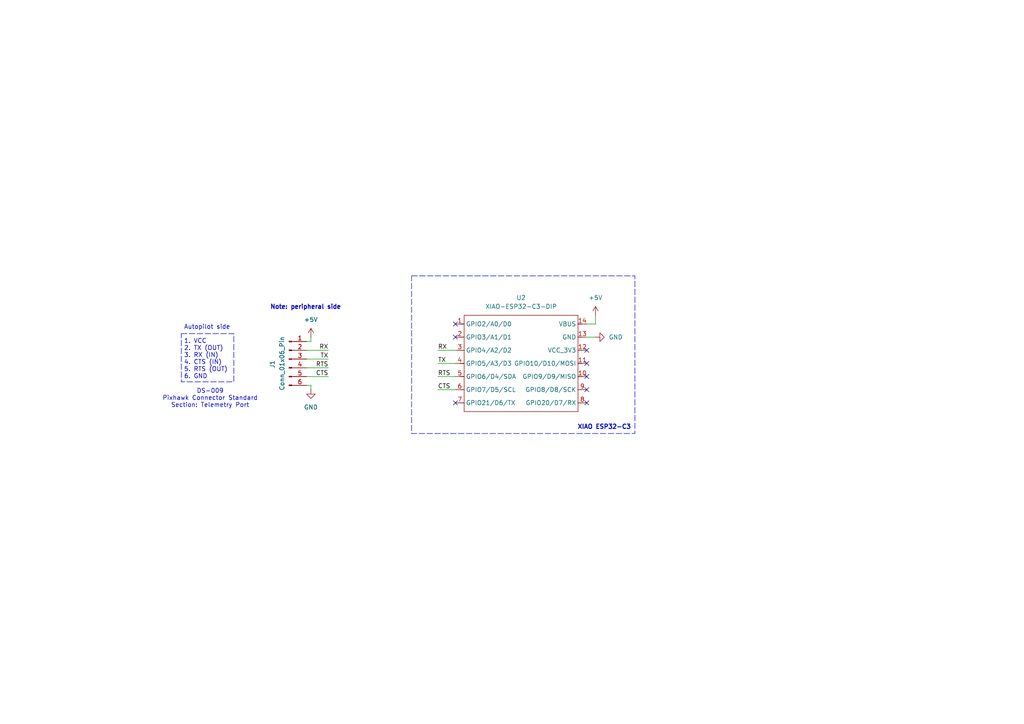
<source format=kicad_sch>
(kicad_sch
	(version 20231120)
	(generator "eeschema")
	(generator_version "8.0")
	(uuid "30436b97-8c64-469a-b1a6-8553aeb5668d")
	(paper "A4")
	(title_block
		(title "DroneBridge Radio")
		(rev "1.0")
		(company "EOLab HSRW")
		(comment 1 "Author: Harley Lara")
	)
	(lib_symbols
		(symbol "Connector:Conn_01x06_Pin"
			(pin_names
				(offset 1.016) hide)
			(exclude_from_sim no)
			(in_bom yes)
			(on_board yes)
			(property "Reference" "J"
				(at 0 7.62 0)
				(effects
					(font
						(size 1.27 1.27)
					)
				)
			)
			(property "Value" "Conn_01x06_Pin"
				(at 0 -10.16 0)
				(effects
					(font
						(size 1.27 1.27)
					)
				)
			)
			(property "Footprint" ""
				(at 0 0 0)
				(effects
					(font
						(size 1.27 1.27)
					)
					(hide yes)
				)
			)
			(property "Datasheet" "~"
				(at 0 0 0)
				(effects
					(font
						(size 1.27 1.27)
					)
					(hide yes)
				)
			)
			(property "Description" "Generic connector, single row, 01x06, script generated"
				(at 0 0 0)
				(effects
					(font
						(size 1.27 1.27)
					)
					(hide yes)
				)
			)
			(property "ki_locked" ""
				(at 0 0 0)
				(effects
					(font
						(size 1.27 1.27)
					)
				)
			)
			(property "ki_keywords" "connector"
				(at 0 0 0)
				(effects
					(font
						(size 1.27 1.27)
					)
					(hide yes)
				)
			)
			(property "ki_fp_filters" "Connector*:*_1x??_*"
				(at 0 0 0)
				(effects
					(font
						(size 1.27 1.27)
					)
					(hide yes)
				)
			)
			(symbol "Conn_01x06_Pin_1_1"
				(polyline
					(pts
						(xy 1.27 -7.62) (xy 0.8636 -7.62)
					)
					(stroke
						(width 0.1524)
						(type default)
					)
					(fill
						(type none)
					)
				)
				(polyline
					(pts
						(xy 1.27 -5.08) (xy 0.8636 -5.08)
					)
					(stroke
						(width 0.1524)
						(type default)
					)
					(fill
						(type none)
					)
				)
				(polyline
					(pts
						(xy 1.27 -2.54) (xy 0.8636 -2.54)
					)
					(stroke
						(width 0.1524)
						(type default)
					)
					(fill
						(type none)
					)
				)
				(polyline
					(pts
						(xy 1.27 0) (xy 0.8636 0)
					)
					(stroke
						(width 0.1524)
						(type default)
					)
					(fill
						(type none)
					)
				)
				(polyline
					(pts
						(xy 1.27 2.54) (xy 0.8636 2.54)
					)
					(stroke
						(width 0.1524)
						(type default)
					)
					(fill
						(type none)
					)
				)
				(polyline
					(pts
						(xy 1.27 5.08) (xy 0.8636 5.08)
					)
					(stroke
						(width 0.1524)
						(type default)
					)
					(fill
						(type none)
					)
				)
				(rectangle
					(start 0.8636 -7.493)
					(end 0 -7.747)
					(stroke
						(width 0.1524)
						(type default)
					)
					(fill
						(type outline)
					)
				)
				(rectangle
					(start 0.8636 -4.953)
					(end 0 -5.207)
					(stroke
						(width 0.1524)
						(type default)
					)
					(fill
						(type outline)
					)
				)
				(rectangle
					(start 0.8636 -2.413)
					(end 0 -2.667)
					(stroke
						(width 0.1524)
						(type default)
					)
					(fill
						(type outline)
					)
				)
				(rectangle
					(start 0.8636 0.127)
					(end 0 -0.127)
					(stroke
						(width 0.1524)
						(type default)
					)
					(fill
						(type outline)
					)
				)
				(rectangle
					(start 0.8636 2.667)
					(end 0 2.413)
					(stroke
						(width 0.1524)
						(type default)
					)
					(fill
						(type outline)
					)
				)
				(rectangle
					(start 0.8636 5.207)
					(end 0 4.953)
					(stroke
						(width 0.1524)
						(type default)
					)
					(fill
						(type outline)
					)
				)
				(pin passive line
					(at 5.08 5.08 180)
					(length 3.81)
					(name "Pin_1"
						(effects
							(font
								(size 1.27 1.27)
							)
						)
					)
					(number "1"
						(effects
							(font
								(size 1.27 1.27)
							)
						)
					)
				)
				(pin passive line
					(at 5.08 2.54 180)
					(length 3.81)
					(name "Pin_2"
						(effects
							(font
								(size 1.27 1.27)
							)
						)
					)
					(number "2"
						(effects
							(font
								(size 1.27 1.27)
							)
						)
					)
				)
				(pin passive line
					(at 5.08 0 180)
					(length 3.81)
					(name "Pin_3"
						(effects
							(font
								(size 1.27 1.27)
							)
						)
					)
					(number "3"
						(effects
							(font
								(size 1.27 1.27)
							)
						)
					)
				)
				(pin passive line
					(at 5.08 -2.54 180)
					(length 3.81)
					(name "Pin_4"
						(effects
							(font
								(size 1.27 1.27)
							)
						)
					)
					(number "4"
						(effects
							(font
								(size 1.27 1.27)
							)
						)
					)
				)
				(pin passive line
					(at 5.08 -5.08 180)
					(length 3.81)
					(name "Pin_5"
						(effects
							(font
								(size 1.27 1.27)
							)
						)
					)
					(number "5"
						(effects
							(font
								(size 1.27 1.27)
							)
						)
					)
				)
				(pin passive line
					(at 5.08 -7.62 180)
					(length 3.81)
					(name "Pin_6"
						(effects
							(font
								(size 1.27 1.27)
							)
						)
					)
					(number "6"
						(effects
							(font
								(size 1.27 1.27)
							)
						)
					)
				)
			)
		)
		(symbol "Seeed_Studio_XIAO_Series:XIAO-ESP32-C3-DIP"
			(exclude_from_sim no)
			(in_bom yes)
			(on_board yes)
			(property "Reference" "U"
				(at 1.016 2.794 0)
				(effects
					(font
						(size 1.27 1.27)
					)
				)
			)
			(property "Value" "XIAO-ESP32-C3-DIP"
				(at 7.62 1.016 0)
				(effects
					(font
						(size 1.27 1.27)
					)
				)
			)
			(property "Footprint" "Module:MOUDLE14P-XIAO-DIP-SMD"
				(at 16.764 -29.464 0)
				(effects
					(font
						(size 1.27 1.27)
					)
					(hide yes)
				)
			)
			(property "Datasheet" ""
				(at 1.27 1.27 0)
				(effects
					(font
						(size 1.27 1.27)
					)
					(hide yes)
				)
			)
			(property "Description" ""
				(at 1.27 1.27 0)
				(effects
					(font
						(size 1.27 1.27)
					)
					(hide yes)
				)
			)
			(symbol "XIAO-ESP32-C3-DIP_1_0"
				(polyline
					(pts
						(xy 0 -27.94) (xy 0 -13.97)
					)
					(stroke
						(width 0.1524)
						(type solid)
					)
					(fill
						(type none)
					)
				)
				(polyline
					(pts
						(xy 0 -25.4) (xy -1.27 -25.4)
					)
					(stroke
						(width 0.1524)
						(type solid)
					)
					(fill
						(type none)
					)
				)
				(polyline
					(pts
						(xy 0 -21.59) (xy -1.27 -21.59)
					)
					(stroke
						(width 0.1524)
						(type solid)
					)
					(fill
						(type none)
					)
				)
				(polyline
					(pts
						(xy 0 -17.78) (xy -1.27 -17.78)
					)
					(stroke
						(width 0.1524)
						(type solid)
					)
					(fill
						(type none)
					)
				)
				(polyline
					(pts
						(xy 0 -13.97) (xy -1.27 -13.97)
					)
					(stroke
						(width 0.1524)
						(type solid)
					)
					(fill
						(type none)
					)
				)
				(polyline
					(pts
						(xy 0 -13.97) (xy 0 -10.16)
					)
					(stroke
						(width 0.1524)
						(type solid)
					)
					(fill
						(type none)
					)
				)
				(polyline
					(pts
						(xy 0 -10.16) (xy -1.27 -10.16)
					)
					(stroke
						(width 0.1524)
						(type solid)
					)
					(fill
						(type none)
					)
				)
				(polyline
					(pts
						(xy 0 -10.16) (xy 0 -6.35)
					)
					(stroke
						(width 0.1524)
						(type solid)
					)
					(fill
						(type none)
					)
				)
				(polyline
					(pts
						(xy 0 -6.35) (xy -1.27 -6.35)
					)
					(stroke
						(width 0.1524)
						(type solid)
					)
					(fill
						(type none)
					)
				)
				(polyline
					(pts
						(xy 0 -6.35) (xy 0 -2.54)
					)
					(stroke
						(width 0.1524)
						(type solid)
					)
					(fill
						(type none)
					)
				)
				(polyline
					(pts
						(xy 0 -2.54) (xy -1.27 -2.54)
					)
					(stroke
						(width 0.1524)
						(type solid)
					)
					(fill
						(type none)
					)
				)
				(polyline
					(pts
						(xy 0 -2.54) (xy 0 0)
					)
					(stroke
						(width 0.1524)
						(type solid)
					)
					(fill
						(type none)
					)
				)
				(polyline
					(pts
						(xy 0 0) (xy 33.02 0)
					)
					(stroke
						(width 0.1524)
						(type solid)
					)
					(fill
						(type none)
					)
				)
				(polyline
					(pts
						(xy 33.02 -27.94) (xy 0 -27.94)
					)
					(stroke
						(width 0.1524)
						(type solid)
					)
					(fill
						(type none)
					)
				)
				(polyline
					(pts
						(xy 33.02 -10.16) (xy 33.02 -27.94)
					)
					(stroke
						(width 0.1524)
						(type solid)
					)
					(fill
						(type none)
					)
				)
				(polyline
					(pts
						(xy 33.02 -6.35) (xy 33.02 -10.16)
					)
					(stroke
						(width 0.1524)
						(type solid)
					)
					(fill
						(type none)
					)
				)
				(polyline
					(pts
						(xy 33.02 -2.54) (xy 33.02 -6.35)
					)
					(stroke
						(width 0.1524)
						(type solid)
					)
					(fill
						(type none)
					)
				)
				(polyline
					(pts
						(xy 33.02 0) (xy 33.02 -2.54)
					)
					(stroke
						(width 0.1524)
						(type solid)
					)
					(fill
						(type none)
					)
				)
				(polyline
					(pts
						(xy 34.29 -25.4) (xy 33.02 -25.4)
					)
					(stroke
						(width 0.1524)
						(type solid)
					)
					(fill
						(type none)
					)
				)
				(polyline
					(pts
						(xy 34.29 -21.59) (xy 33.02 -21.59)
					)
					(stroke
						(width 0.1524)
						(type solid)
					)
					(fill
						(type none)
					)
				)
				(polyline
					(pts
						(xy 34.29 -17.78) (xy 33.02 -17.78)
					)
					(stroke
						(width 0.1524)
						(type solid)
					)
					(fill
						(type none)
					)
				)
				(polyline
					(pts
						(xy 34.29 -13.97) (xy 33.02 -13.97)
					)
					(stroke
						(width 0.1524)
						(type solid)
					)
					(fill
						(type none)
					)
				)
				(polyline
					(pts
						(xy 34.29 -10.16) (xy 33.02 -10.16)
					)
					(stroke
						(width 0.1524)
						(type solid)
					)
					(fill
						(type none)
					)
				)
				(polyline
					(pts
						(xy 34.29 -6.35) (xy 33.02 -6.35)
					)
					(stroke
						(width 0.1524)
						(type solid)
					)
					(fill
						(type none)
					)
				)
				(polyline
					(pts
						(xy 34.29 -2.54) (xy 33.02 -2.54)
					)
					(stroke
						(width 0.1524)
						(type solid)
					)
					(fill
						(type none)
					)
				)
				(pin passive line
					(at -2.54 -2.54 0)
					(length 2.54)
					(name "GPIO2/A0/D0"
						(effects
							(font
								(size 1.27 1.27)
							)
						)
					)
					(number "1"
						(effects
							(font
								(size 1.27 1.27)
							)
						)
					)
				)
				(pin passive line
					(at 35.56 -17.78 180)
					(length 2.54)
					(name "GPIO9/D9/MISO"
						(effects
							(font
								(size 1.27 1.27)
							)
						)
					)
					(number "10"
						(effects
							(font
								(size 1.27 1.27)
							)
						)
					)
				)
				(pin passive line
					(at 35.56 -13.97 180)
					(length 2.54)
					(name "GPIO10/D10/MOSI"
						(effects
							(font
								(size 1.27 1.27)
							)
						)
					)
					(number "11"
						(effects
							(font
								(size 1.27 1.27)
							)
						)
					)
				)
				(pin passive line
					(at 35.56 -10.16 180)
					(length 2.54)
					(name "VCC_3V3"
						(effects
							(font
								(size 1.27 1.27)
							)
						)
					)
					(number "12"
						(effects
							(font
								(size 1.27 1.27)
							)
						)
					)
				)
				(pin passive line
					(at 35.56 -6.35 180)
					(length 2.54)
					(name "GND"
						(effects
							(font
								(size 1.27 1.27)
							)
						)
					)
					(number "13"
						(effects
							(font
								(size 1.27 1.27)
							)
						)
					)
				)
				(pin passive line
					(at 35.56 -2.54 180)
					(length 2.54)
					(name "VBUS"
						(effects
							(font
								(size 1.27 1.27)
							)
						)
					)
					(number "14"
						(effects
							(font
								(size 1.27 1.27)
							)
						)
					)
				)
				(pin passive line
					(at -2.54 -6.35 0)
					(length 2.54)
					(name "GPIO3/A1/D1"
						(effects
							(font
								(size 1.27 1.27)
							)
						)
					)
					(number "2"
						(effects
							(font
								(size 1.27 1.27)
							)
						)
					)
				)
				(pin passive line
					(at -2.54 -10.16 0)
					(length 2.54)
					(name "GPIO4/A2/D2"
						(effects
							(font
								(size 1.27 1.27)
							)
						)
					)
					(number "3"
						(effects
							(font
								(size 1.27 1.27)
							)
						)
					)
				)
				(pin passive line
					(at -2.54 -13.97 0)
					(length 2.54)
					(name "GPIO5/A3/D3"
						(effects
							(font
								(size 1.27 1.27)
							)
						)
					)
					(number "4"
						(effects
							(font
								(size 1.27 1.27)
							)
						)
					)
				)
				(pin passive line
					(at -2.54 -17.78 0)
					(length 2.54)
					(name "GPIO6/D4/SDA"
						(effects
							(font
								(size 1.27 1.27)
							)
						)
					)
					(number "5"
						(effects
							(font
								(size 1.27 1.27)
							)
						)
					)
				)
				(pin passive line
					(at -2.54 -21.59 0)
					(length 2.54)
					(name "GPIO7/D5/SCL"
						(effects
							(font
								(size 1.27 1.27)
							)
						)
					)
					(number "6"
						(effects
							(font
								(size 1.27 1.27)
							)
						)
					)
				)
				(pin passive line
					(at -2.54 -25.4 0)
					(length 2.54)
					(name "GPIO21/D6/TX"
						(effects
							(font
								(size 1.27 1.27)
							)
						)
					)
					(number "7"
						(effects
							(font
								(size 1.27 1.27)
							)
						)
					)
				)
				(pin passive line
					(at 35.56 -25.4 180)
					(length 2.54)
					(name "GPIO20/D7/RX"
						(effects
							(font
								(size 1.27 1.27)
							)
						)
					)
					(number "8"
						(effects
							(font
								(size 1.27 1.27)
							)
						)
					)
				)
				(pin passive line
					(at 35.56 -21.59 180)
					(length 2.54)
					(name "GPIO8/D8/SCK"
						(effects
							(font
								(size 1.27 1.27)
							)
						)
					)
					(number "9"
						(effects
							(font
								(size 1.27 1.27)
							)
						)
					)
				)
			)
		)
		(symbol "power:+5V"
			(power)
			(pin_numbers hide)
			(pin_names
				(offset 0) hide)
			(exclude_from_sim no)
			(in_bom yes)
			(on_board yes)
			(property "Reference" "#PWR"
				(at 0 -3.81 0)
				(effects
					(font
						(size 1.27 1.27)
					)
					(hide yes)
				)
			)
			(property "Value" "+5V"
				(at 0 3.556 0)
				(effects
					(font
						(size 1.27 1.27)
					)
				)
			)
			(property "Footprint" ""
				(at 0 0 0)
				(effects
					(font
						(size 1.27 1.27)
					)
					(hide yes)
				)
			)
			(property "Datasheet" ""
				(at 0 0 0)
				(effects
					(font
						(size 1.27 1.27)
					)
					(hide yes)
				)
			)
			(property "Description" "Power symbol creates a global label with name \"+5V\""
				(at 0 0 0)
				(effects
					(font
						(size 1.27 1.27)
					)
					(hide yes)
				)
			)
			(property "ki_keywords" "global power"
				(at 0 0 0)
				(effects
					(font
						(size 1.27 1.27)
					)
					(hide yes)
				)
			)
			(symbol "+5V_0_1"
				(polyline
					(pts
						(xy -0.762 1.27) (xy 0 2.54)
					)
					(stroke
						(width 0)
						(type default)
					)
					(fill
						(type none)
					)
				)
				(polyline
					(pts
						(xy 0 0) (xy 0 2.54)
					)
					(stroke
						(width 0)
						(type default)
					)
					(fill
						(type none)
					)
				)
				(polyline
					(pts
						(xy 0 2.54) (xy 0.762 1.27)
					)
					(stroke
						(width 0)
						(type default)
					)
					(fill
						(type none)
					)
				)
			)
			(symbol "+5V_1_1"
				(pin power_in line
					(at 0 0 90)
					(length 0)
					(name "~"
						(effects
							(font
								(size 1.27 1.27)
							)
						)
					)
					(number "1"
						(effects
							(font
								(size 1.27 1.27)
							)
						)
					)
				)
			)
		)
		(symbol "power:GND"
			(power)
			(pin_numbers hide)
			(pin_names
				(offset 0) hide)
			(exclude_from_sim no)
			(in_bom yes)
			(on_board yes)
			(property "Reference" "#PWR"
				(at 0 -6.35 0)
				(effects
					(font
						(size 1.27 1.27)
					)
					(hide yes)
				)
			)
			(property "Value" "GND"
				(at 0 -3.81 0)
				(effects
					(font
						(size 1.27 1.27)
					)
				)
			)
			(property "Footprint" ""
				(at 0 0 0)
				(effects
					(font
						(size 1.27 1.27)
					)
					(hide yes)
				)
			)
			(property "Datasheet" ""
				(at 0 0 0)
				(effects
					(font
						(size 1.27 1.27)
					)
					(hide yes)
				)
			)
			(property "Description" "Power symbol creates a global label with name \"GND\" , ground"
				(at 0 0 0)
				(effects
					(font
						(size 1.27 1.27)
					)
					(hide yes)
				)
			)
			(property "ki_keywords" "global power"
				(at 0 0 0)
				(effects
					(font
						(size 1.27 1.27)
					)
					(hide yes)
				)
			)
			(symbol "GND_0_1"
				(polyline
					(pts
						(xy 0 0) (xy 0 -1.27) (xy 1.27 -1.27) (xy 0 -2.54) (xy -1.27 -1.27) (xy 0 -1.27)
					)
					(stroke
						(width 0)
						(type default)
					)
					(fill
						(type none)
					)
				)
			)
			(symbol "GND_1_1"
				(pin power_in line
					(at 0 0 270)
					(length 0)
					(name "~"
						(effects
							(font
								(size 1.27 1.27)
							)
						)
					)
					(number "1"
						(effects
							(font
								(size 1.27 1.27)
							)
						)
					)
				)
			)
		)
	)
	(no_connect
		(at 170.18 113.03)
		(uuid "364633af-8030-4785-9bde-d94b702f0745")
	)
	(no_connect
		(at 132.08 116.84)
		(uuid "3fbf2bc8-d724-48b9-987c-5fa658bde990")
	)
	(no_connect
		(at 170.18 109.22)
		(uuid "423114cf-d84f-4bfb-8b3d-8a144a2f1699")
	)
	(no_connect
		(at 170.18 105.41)
		(uuid "7be7f109-9644-4ce5-a4f4-f3b5a5fc2118")
	)
	(no_connect
		(at 132.08 97.79)
		(uuid "8a300aed-a149-43dc-a234-3a6e2131aa07")
	)
	(no_connect
		(at 170.18 116.84)
		(uuid "ac734c5b-1d8f-4a5a-ab09-93bea95adc86")
	)
	(no_connect
		(at 170.18 101.6)
		(uuid "d01a211b-7951-426d-b3ec-613e6cfc3ecb")
	)
	(no_connect
		(at 132.08 93.98)
		(uuid "ddccc709-231e-4969-838b-bfa39e186ed7")
	)
	(wire
		(pts
			(xy 88.9 104.14) (xy 95.25 104.14)
		)
		(stroke
			(width 0)
			(type default)
		)
		(uuid "13541076-6812-48dc-9ebb-3a38c2728dfd")
	)
	(wire
		(pts
			(xy 127 101.6) (xy 132.08 101.6)
		)
		(stroke
			(width 0)
			(type default)
		)
		(uuid "18a99647-489d-42da-97fb-cf9b843400a3")
	)
	(wire
		(pts
			(xy 88.9 111.76) (xy 90.17 111.76)
		)
		(stroke
			(width 0)
			(type default)
		)
		(uuid "27c8329d-61be-4b0f-9dbf-0a21287aa8e5")
	)
	(wire
		(pts
			(xy 172.72 91.44) (xy 172.72 93.98)
		)
		(stroke
			(width 0)
			(type default)
		)
		(uuid "3679d230-ea5f-4440-a530-f9ae90115ad4")
	)
	(wire
		(pts
			(xy 127 105.41) (xy 132.08 105.41)
		)
		(stroke
			(width 0)
			(type default)
		)
		(uuid "5880de25-3e9e-4054-9ed3-c4ce486b7a7f")
	)
	(wire
		(pts
			(xy 127 109.22) (xy 132.08 109.22)
		)
		(stroke
			(width 0)
			(type default)
		)
		(uuid "6cb2dcb2-330f-4b09-a0ee-4f1168720f52")
	)
	(wire
		(pts
			(xy 88.9 109.22) (xy 95.25 109.22)
		)
		(stroke
			(width 0)
			(type default)
		)
		(uuid "73c9796f-124e-423d-9c30-61aa2983a1a7")
	)
	(wire
		(pts
			(xy 170.18 97.79) (xy 172.72 97.79)
		)
		(stroke
			(width 0)
			(type default)
		)
		(uuid "8fed0362-b7a6-48d3-a219-4e2f36250d27")
	)
	(wire
		(pts
			(xy 88.9 106.68) (xy 95.25 106.68)
		)
		(stroke
			(width 0)
			(type default)
		)
		(uuid "95662ece-6a37-40fd-b1a8-27c70f953360")
	)
	(wire
		(pts
			(xy 88.9 99.06) (xy 90.17 99.06)
		)
		(stroke
			(width 0)
			(type default)
		)
		(uuid "9786b8f6-0509-45be-b715-375a14397334")
	)
	(wire
		(pts
			(xy 90.17 111.76) (xy 90.17 113.03)
		)
		(stroke
			(width 0)
			(type default)
		)
		(uuid "9cceb010-d3b3-425b-92e4-9b9f25d05cfb")
	)
	(wire
		(pts
			(xy 127 113.03) (xy 132.08 113.03)
		)
		(stroke
			(width 0)
			(type default)
		)
		(uuid "9d128c8d-3c60-4098-b6d8-61503c2e3a3d")
	)
	(wire
		(pts
			(xy 170.18 93.98) (xy 172.72 93.98)
		)
		(stroke
			(width 0)
			(type default)
		)
		(uuid "ac5555b8-a98c-49ff-87d9-20ae716f86c0")
	)
	(wire
		(pts
			(xy 90.17 97.79) (xy 90.17 99.06)
		)
		(stroke
			(width 0)
			(type default)
		)
		(uuid "c90dc87b-1e8b-4786-a98e-1d25b43faf78")
	)
	(wire
		(pts
			(xy 88.9 101.6) (xy 95.25 101.6)
		)
		(stroke
			(width 0)
			(type default)
		)
		(uuid "ec388a27-06d3-4596-b82b-041ab6dcc0c9")
	)
	(rectangle
		(start 52.578 96.774)
		(end 67.818 110.744)
		(stroke
			(width 0)
			(type dash)
		)
		(fill
			(type none)
		)
		(uuid 007b91bd-f177-4705-baf6-dc005df595ea)
	)
	(rectangle
		(start 119.38 80.01)
		(end 184.15 125.73)
		(stroke
			(width 0)
			(type dash)
		)
		(fill
			(type none)
		)
		(uuid 38ec3bfb-294b-47a5-b972-09f1e56daac8)
	)
	(text "DS-009\nPixhawk Connector Standard\nSection: Telemetry Port\n"
		(exclude_from_sim no)
		(at 60.96 115.57 0)
		(effects
			(font
				(size 1.27 1.27)
			)
		)
		(uuid "063d07d2-ed40-49f0-b7a7-3dac49e0dbe9")
	)
	(text "XIAO ESP32-C3"
		(exclude_from_sim no)
		(at 175.26 123.952 0)
		(effects
			(font
				(size 1.27 1.27)
				(thickness 0.254)
				(bold yes)
			)
		)
		(uuid "0ae6a44e-3d8b-4de3-b569-3c2e493edc77")
	)
	(text "Note: peripheral side"
		(exclude_from_sim no)
		(at 88.646 89.154 0)
		(effects
			(font
				(size 1.27 1.27)
				(thickness 0.254)
				(bold yes)
			)
		)
		(uuid "f1bc99a0-86c3-4740-9f20-3922aa27fd7a")
	)
	(text "Autopilot side\n\n1. VCC\n2. TX (OUT)\n3. RX (IN)\n4. CTS (IN)\n5. RTS (OUT)\n6. GND"
		(exclude_from_sim no)
		(at 53.34 102.108 0)
		(effects
			(font
				(size 1.27 1.27)
				(thickness 0.1588)
			)
			(justify left)
		)
		(uuid "f8a89954-4c74-4035-b8a0-c997b28728c6")
	)
	(label "RX"
		(at 127 101.6 0)
		(fields_autoplaced yes)
		(effects
			(font
				(size 1.27 1.27)
			)
			(justify left bottom)
		)
		(uuid "0b828984-4354-41b7-b338-e3c00889368e")
	)
	(label "CTS"
		(at 127 113.03 0)
		(fields_autoplaced yes)
		(effects
			(font
				(size 1.27 1.27)
			)
			(justify left bottom)
		)
		(uuid "108a76ee-fbe4-4f21-81a7-7edb785517c9")
	)
	(label "RX"
		(at 95.25 101.6 180)
		(fields_autoplaced yes)
		(effects
			(font
				(size 1.27 1.27)
			)
			(justify right bottom)
		)
		(uuid "12412348-89ed-4fe9-b27c-8b6bd4ab3154")
	)
	(label "TX"
		(at 95.25 104.14 180)
		(fields_autoplaced yes)
		(effects
			(font
				(size 1.27 1.27)
			)
			(justify right bottom)
		)
		(uuid "48ad8de6-75a9-424f-b08a-975fe6138d87")
	)
	(label "CTS"
		(at 95.25 109.22 180)
		(fields_autoplaced yes)
		(effects
			(font
				(size 1.27 1.27)
			)
			(justify right bottom)
		)
		(uuid "7d3edc5a-7c60-47b1-83b7-32f45b994875")
	)
	(label "RTS"
		(at 95.25 106.68 180)
		(fields_autoplaced yes)
		(effects
			(font
				(size 1.27 1.27)
			)
			(justify right bottom)
		)
		(uuid "b8a92f94-6667-49d4-9c38-ac1dd733073d")
	)
	(label "RTS"
		(at 127 109.22 0)
		(fields_autoplaced yes)
		(effects
			(font
				(size 1.27 1.27)
			)
			(justify left bottom)
		)
		(uuid "ca9a5eb3-a223-4321-ae63-1eeda3154c02")
	)
	(label "TX"
		(at 127 105.41 0)
		(fields_autoplaced yes)
		(effects
			(font
				(size 1.27 1.27)
			)
			(justify left bottom)
		)
		(uuid "cfa6ba44-2f59-4104-85d5-2508466041ad")
	)
	(symbol
		(lib_id "Seeed_Studio_XIAO_Series:XIAO-ESP32-C3-DIP")
		(at 134.62 91.44 0)
		(unit 1)
		(exclude_from_sim no)
		(in_bom yes)
		(on_board yes)
		(dnp no)
		(fields_autoplaced yes)
		(uuid "19b36d43-7069-42b2-b33e-9eb9528e08cd")
		(property "Reference" "U2"
			(at 151.13 86.36 0)
			(effects
				(font
					(size 1.27 1.27)
				)
			)
		)
		(property "Value" "XIAO-ESP32-C3-DIP"
			(at 151.13 88.9 0)
			(effects
				(font
					(size 1.27 1.27)
				)
			)
		)
		(property "Footprint" "XIAO-ESP32C3-footprints:XIAO-ESP32C3-DIP"
			(at 151.384 120.904 0)
			(effects
				(font
					(size 1.27 1.27)
				)
				(hide yes)
			)
		)
		(property "Datasheet" ""
			(at 135.89 90.17 0)
			(effects
				(font
					(size 1.27 1.27)
				)
				(hide yes)
			)
		)
		(property "Description" ""
			(at 135.89 90.17 0)
			(effects
				(font
					(size 1.27 1.27)
				)
				(hide yes)
			)
		)
		(property "Digikey" "1597-113991054-ND"
			(at 134.62 91.44 0)
			(effects
				(font
					(size 1.27 1.27)
				)
				(hide yes)
			)
		)
		(property "JLCPCB" "C18212168"
			(at 134.62 91.44 0)
			(effects
				(font
					(size 1.27 1.27)
				)
				(hide yes)
			)
		)
		(property "Mfr. No." "113991054"
			(at 134.62 91.44 0)
			(effects
				(font
					(size 1.27 1.27)
				)
				(hide yes)
			)
		)
		(property "Mouser" "713-113991054 "
			(at 134.62 91.44 0)
			(effects
				(font
					(size 1.27 1.27)
				)
				(hide yes)
			)
		)
		(pin "3"
			(uuid "3e86e2b9-3761-46ae-82ef-91aebc70daa8")
		)
		(pin "14"
			(uuid "469e5db4-2883-4155-9a73-60f9159dbfd3")
		)
		(pin "13"
			(uuid "69942abf-6d18-4b64-b203-d3c672c83570")
		)
		(pin "12"
			(uuid "bd650fc9-bd37-41c1-b218-db6753a8b265")
		)
		(pin "11"
			(uuid "edd06a53-a356-4af4-82a3-e8ad66560409")
		)
		(pin "10"
			(uuid "4e93f8a9-3901-4605-bba4-512986e63c88")
		)
		(pin "6"
			(uuid "46a77bda-e2fe-48b1-b1d7-7f0d0b07293e")
		)
		(pin "4"
			(uuid "a07def19-7c86-46d9-b21a-2365018a0114")
		)
		(pin "8"
			(uuid "b43a4390-ce88-4b31-9d16-1286407e4f9b")
		)
		(pin "5"
			(uuid "f354b09b-b9ca-4427-b654-0396af2c875d")
		)
		(pin "2"
			(uuid "51e456c2-6047-4f94-9649-da3685aa63b2")
		)
		(pin "9"
			(uuid "ad0c4de4-9965-432b-b2f9-7581f591a7fe")
		)
		(pin "7"
			(uuid "b2e00000-af84-4cc9-8357-7ac89767a2aa")
		)
		(pin "1"
			(uuid "3ac8fe8a-de16-4e53-8dca-41b0332f9b38")
		)
		(instances
			(project ""
				(path "/30436b97-8c64-469a-b1a6-8553aeb5668d"
					(reference "U2")
					(unit 1)
				)
			)
		)
	)
	(symbol
		(lib_id "power:+5V")
		(at 172.72 91.44 0)
		(unit 1)
		(exclude_from_sim no)
		(in_bom yes)
		(on_board yes)
		(dnp no)
		(fields_autoplaced yes)
		(uuid "67e2d271-0948-4278-8f23-5c18712f54ef")
		(property "Reference" "#PWR03"
			(at 172.72 95.25 0)
			(effects
				(font
					(size 1.27 1.27)
				)
				(hide yes)
			)
		)
		(property "Value" "+5V"
			(at 172.72 86.36 0)
			(effects
				(font
					(size 1.27 1.27)
				)
			)
		)
		(property "Footprint" ""
			(at 172.72 91.44 0)
			(effects
				(font
					(size 1.27 1.27)
				)
				(hide yes)
			)
		)
		(property "Datasheet" ""
			(at 172.72 91.44 0)
			(effects
				(font
					(size 1.27 1.27)
				)
				(hide yes)
			)
		)
		(property "Description" "Power symbol creates a global label with name \"+5V\""
			(at 172.72 91.44 0)
			(effects
				(font
					(size 1.27 1.27)
				)
				(hide yes)
			)
		)
		(pin "1"
			(uuid "80da3f72-09b7-430a-b152-3bbb96a4b062")
		)
		(instances
			(project "dronebridge-radio"
				(path "/30436b97-8c64-469a-b1a6-8553aeb5668d"
					(reference "#PWR03")
					(unit 1)
				)
			)
		)
	)
	(symbol
		(lib_id "power:GND")
		(at 172.72 97.79 90)
		(unit 1)
		(exclude_from_sim no)
		(in_bom yes)
		(on_board yes)
		(dnp no)
		(fields_autoplaced yes)
		(uuid "73548775-a513-4c96-b42a-0c45b80ba75b")
		(property "Reference" "#PWR04"
			(at 179.07 97.79 0)
			(effects
				(font
					(size 1.27 1.27)
				)
				(hide yes)
			)
		)
		(property "Value" "GND"
			(at 176.53 97.7899 90)
			(effects
				(font
					(size 1.27 1.27)
				)
				(justify right)
			)
		)
		(property "Footprint" ""
			(at 172.72 97.79 0)
			(effects
				(font
					(size 1.27 1.27)
				)
				(hide yes)
			)
		)
		(property "Datasheet" ""
			(at 172.72 97.79 0)
			(effects
				(font
					(size 1.27 1.27)
				)
				(hide yes)
			)
		)
		(property "Description" "Power symbol creates a global label with name \"GND\" , ground"
			(at 172.72 97.79 0)
			(effects
				(font
					(size 1.27 1.27)
				)
				(hide yes)
			)
		)
		(pin "1"
			(uuid "cbfe47a2-cae1-4d2d-a2a7-97883398c0b0")
		)
		(instances
			(project "dronebridge-radio"
				(path "/30436b97-8c64-469a-b1a6-8553aeb5668d"
					(reference "#PWR04")
					(unit 1)
				)
			)
		)
	)
	(symbol
		(lib_id "Connector:Conn_01x06_Pin")
		(at 83.82 104.14 0)
		(unit 1)
		(exclude_from_sim no)
		(in_bom yes)
		(on_board yes)
		(dnp no)
		(uuid "7b0ce0c6-7d69-42da-b41d-dd15af83cfd3")
		(property "Reference" "J1"
			(at 78.994 105.664 90)
			(effects
				(font
					(size 1.27 1.27)
				)
			)
		)
		(property "Value" "Conn_01x06_Pin"
			(at 81.788 105.41 90)
			(effects
				(font
					(size 1.27 1.27)
				)
			)
		)
		(property "Footprint" "Connector_JST:JST_GH_SM06B-GHS-TB_1x06-1MP_P1.25mm_Horizontal"
			(at 83.82 104.14 0)
			(effects
				(font
					(size 1.27 1.27)
				)
				(hide yes)
			)
		)
		(property "Datasheet" "~"
			(at 83.82 104.14 0)
			(effects
				(font
					(size 1.27 1.27)
				)
				(hide yes)
			)
		)
		(property "Description" "Generic connector, single row, 01x06, script generated"
			(at 83.82 104.14 0)
			(effects
				(font
					(size 1.27 1.27)
				)
				(hide yes)
			)
		)
		(property "Digikey" "455-1568-2-ND"
			(at 83.82 104.14 0)
			(effects
				(font
					(size 1.27 1.27)
				)
				(hide yes)
			)
		)
		(property "JLCPCB" "C133065"
			(at 83.82 104.14 0)
			(effects
				(font
					(size 1.27 1.27)
				)
				(hide yes)
			)
		)
		(property "Mfr. No." "SM06B-GHS-TB(LF)(SN)"
			(at 83.82 104.14 0)
			(effects
				(font
					(size 1.27 1.27)
				)
				(hide yes)
			)
		)
		(property "Mouser" "306-SM06BGHSTBLFSN"
			(at 83.82 104.14 0)
			(effects
				(font
					(size 1.27 1.27)
				)
				(hide yes)
			)
		)
		(pin "1"
			(uuid "3bcc9f78-449e-488a-9aa5-ef9051cbb13a")
		)
		(pin "2"
			(uuid "4c53fb5b-b4d0-49a6-9d45-bae5673d15cb")
		)
		(pin "3"
			(uuid "4d487c8a-34fd-4878-8541-2d4766c0b90a")
		)
		(pin "6"
			(uuid "c8d148e9-2930-4a52-9d1a-60660ee407b6")
		)
		(pin "5"
			(uuid "ec721c30-71cf-4ce2-9bdd-49b50de901f8")
		)
		(pin "4"
			(uuid "9916d4ab-703d-4731-9c70-43601e3ea43f")
		)
		(instances
			(project ""
				(path "/30436b97-8c64-469a-b1a6-8553aeb5668d"
					(reference "J1")
					(unit 1)
				)
			)
		)
	)
	(symbol
		(lib_id "power:+5V")
		(at 90.17 97.79 0)
		(unit 1)
		(exclude_from_sim no)
		(in_bom yes)
		(on_board yes)
		(dnp no)
		(fields_autoplaced yes)
		(uuid "bbb4ed3c-98f4-4c8c-9689-6d88fcf73090")
		(property "Reference" "#PWR01"
			(at 90.17 101.6 0)
			(effects
				(font
					(size 1.27 1.27)
				)
				(hide yes)
			)
		)
		(property "Value" "+5V"
			(at 90.17 92.71 0)
			(effects
				(font
					(size 1.27 1.27)
				)
			)
		)
		(property "Footprint" ""
			(at 90.17 97.79 0)
			(effects
				(font
					(size 1.27 1.27)
				)
				(hide yes)
			)
		)
		(property "Datasheet" ""
			(at 90.17 97.79 0)
			(effects
				(font
					(size 1.27 1.27)
				)
				(hide yes)
			)
		)
		(property "Description" "Power symbol creates a global label with name \"+5V\""
			(at 90.17 97.79 0)
			(effects
				(font
					(size 1.27 1.27)
				)
				(hide yes)
			)
		)
		(pin "1"
			(uuid "d012ff57-ca03-45d9-a898-ff0355f43698")
		)
		(instances
			(project ""
				(path "/30436b97-8c64-469a-b1a6-8553aeb5668d"
					(reference "#PWR01")
					(unit 1)
				)
			)
		)
	)
	(symbol
		(lib_id "power:GND")
		(at 90.17 113.03 0)
		(unit 1)
		(exclude_from_sim no)
		(in_bom yes)
		(on_board yes)
		(dnp no)
		(fields_autoplaced yes)
		(uuid "d2919fdc-7cfb-4bcc-bf52-1f19bd85283e")
		(property "Reference" "#PWR02"
			(at 90.17 119.38 0)
			(effects
				(font
					(size 1.27 1.27)
				)
				(hide yes)
			)
		)
		(property "Value" "GND"
			(at 90.17 118.11 0)
			(effects
				(font
					(size 1.27 1.27)
				)
			)
		)
		(property "Footprint" ""
			(at 90.17 113.03 0)
			(effects
				(font
					(size 1.27 1.27)
				)
				(hide yes)
			)
		)
		(property "Datasheet" ""
			(at 90.17 113.03 0)
			(effects
				(font
					(size 1.27 1.27)
				)
				(hide yes)
			)
		)
		(property "Description" "Power symbol creates a global label with name \"GND\" , ground"
			(at 90.17 113.03 0)
			(effects
				(font
					(size 1.27 1.27)
				)
				(hide yes)
			)
		)
		(pin "1"
			(uuid "52858633-e361-4a7d-a89a-5065dcbcd887")
		)
		(instances
			(project ""
				(path "/30436b97-8c64-469a-b1a6-8553aeb5668d"
					(reference "#PWR02")
					(unit 1)
				)
			)
		)
	)
	(sheet_instances
		(path "/"
			(page "1")
		)
	)
)

</source>
